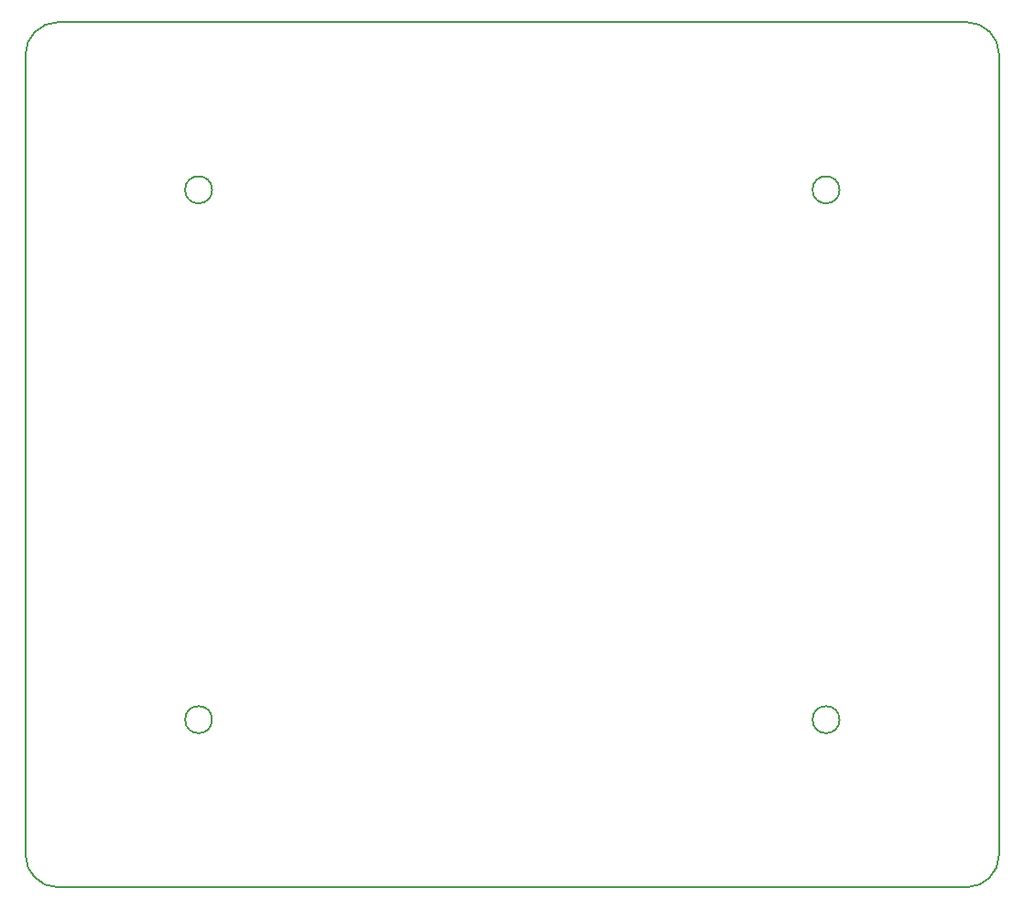
<source format=gbr>
%TF.GenerationSoftware,KiCad,Pcbnew,9.0.1*%
%TF.CreationDate,2025-05-06T12:52:45-06:00*%
%TF.ProjectId,TwylaBorck_2025_STM32F103_RobotBrain,5477796c-6142-46f7-9263-6b5f32303235,rev?*%
%TF.SameCoordinates,Original*%
%TF.FileFunction,Profile,NP*%
%FSLAX46Y46*%
G04 Gerber Fmt 4.6, Leading zero omitted, Abs format (unit mm)*
G04 Created by KiCad (PCBNEW 9.0.1) date 2025-05-06 12:52:45*
%MOMM*%
%LPD*%
G01*
G04 APERTURE LIST*
%TA.AperFunction,Profile*%
%ADD10C,0.200000*%
%TD*%
G04 APERTURE END LIST*
D10*
X179100000Y-29750001D02*
G75*
G02*
X182099999Y-32750001I0J-2999999D01*
G01*
X182100000Y-106750001D02*
G75*
G02*
X179100000Y-109750000I-3000000J1D01*
G01*
X179100000Y-29750001D02*
X95100001Y-29750001D01*
X109350000Y-94250001D02*
G75*
G02*
X106850000Y-94250001I-1250000J0D01*
G01*
X106850000Y-94250001D02*
G75*
G02*
X109350000Y-94250001I1250000J0D01*
G01*
X109350000Y-45250001D02*
G75*
G02*
X106850000Y-45250001I-1250000J0D01*
G01*
X106850000Y-45250001D02*
G75*
G02*
X109350000Y-45250001I1250000J0D01*
G01*
X179100000Y-109750001D02*
X95100001Y-109750001D01*
X95100001Y-109750001D02*
G75*
G02*
X92099999Y-106750000I-1J3000001D01*
G01*
X92100000Y-32750002D02*
G75*
G02*
X95100001Y-29750000I3000000J2D01*
G01*
X182100000Y-106750001D02*
X182100000Y-32750001D01*
X167350000Y-94250001D02*
G75*
G02*
X164850000Y-94250001I-1250000J0D01*
G01*
X164850000Y-94250001D02*
G75*
G02*
X167350000Y-94250001I1250000J0D01*
G01*
X167350000Y-45250001D02*
G75*
G02*
X164850000Y-45250001I-1250000J0D01*
G01*
X164850000Y-45250001D02*
G75*
G02*
X167350000Y-45250001I1250000J0D01*
G01*
X92100000Y-106750000D02*
X92100000Y-32750002D01*
M02*

</source>
